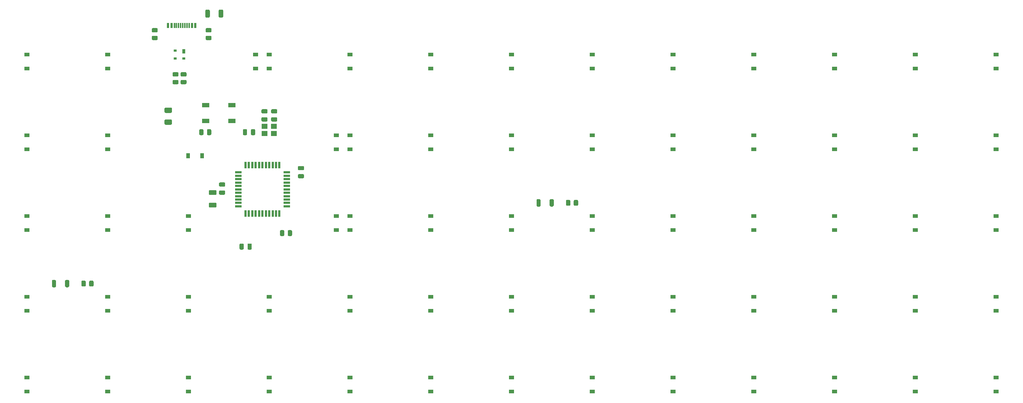
<source format=gbp>
G04 #@! TF.GenerationSoftware,KiCad,Pcbnew,5.1.9+dfsg1-1*
G04 #@! TF.CreationDate,2021-12-29T06:26:28+01:00*
G04 #@! TF.ProjectId,okey65-pcb,6f6b6579-3635-42d7-9063-622e6b696361,rev?*
G04 #@! TF.SameCoordinates,Original*
G04 #@! TF.FileFunction,Paste,Bot*
G04 #@! TF.FilePolarity,Positive*
%FSLAX46Y46*%
G04 Gerber Fmt 4.6, Leading zero omitted, Abs format (unit mm)*
G04 Created by KiCad (PCBNEW 5.1.9+dfsg1-1) date 2021-12-29 06:26:28*
%MOMM*%
%LPD*%
G01*
G04 APERTURE LIST*
%ADD10R,0.700000X1.000000*%
%ADD11R,0.700000X0.600000*%
%ADD12R,1.400000X1.200000*%
%ADD13R,0.550000X1.500000*%
%ADD14R,1.500000X0.550000*%
%ADD15R,1.800000X1.100000*%
%ADD16R,0.600000X1.160000*%
%ADD17R,0.300000X1.160000*%
%ADD18R,1.200000X0.900000*%
%ADD19R,0.900000X1.200000*%
G04 APERTURE END LIST*
G36*
G01*
X68546000Y-29271999D02*
X68546000Y-30672001D01*
G75*
G02*
X68296001Y-30922000I-249999J0D01*
G01*
X67745999Y-30922000D01*
G75*
G02*
X67496000Y-30672001I0J249999D01*
G01*
X67496000Y-29271999D01*
G75*
G02*
X67745999Y-29022000I249999J0D01*
G01*
X68296001Y-29022000D01*
G75*
G02*
X68546000Y-29271999I0J-249999D01*
G01*
G37*
G36*
G01*
X71696000Y-29271999D02*
X71696000Y-30672001D01*
G75*
G02*
X71446001Y-30922000I-249999J0D01*
G01*
X70895999Y-30922000D01*
G75*
G02*
X70646000Y-30672001I0J249999D01*
G01*
X70646000Y-29271999D01*
G75*
G02*
X70895999Y-29022000I249999J0D01*
G01*
X71446001Y-29022000D01*
G75*
G02*
X71696000Y-29271999I0J-249999D01*
G01*
G37*
G36*
G01*
X69865001Y-72760000D02*
X68564999Y-72760000D01*
G75*
G02*
X68315000Y-72510001I0J249999D01*
G01*
X68315000Y-71859999D01*
G75*
G02*
X68564999Y-71610000I249999J0D01*
G01*
X69865001Y-71610000D01*
G75*
G02*
X70115000Y-71859999I0J-249999D01*
G01*
X70115000Y-72510001D01*
G75*
G02*
X69865001Y-72760000I-249999J0D01*
G01*
G37*
G36*
G01*
X69865001Y-75710000D02*
X68564999Y-75710000D01*
G75*
G02*
X68315000Y-75460001I0J249999D01*
G01*
X68315000Y-74809999D01*
G75*
G02*
X68564999Y-74560000I249999J0D01*
G01*
X69865001Y-74560000D01*
G75*
G02*
X70115000Y-74809999I0J-249999D01*
G01*
X70115000Y-75460001D01*
G75*
G02*
X69865001Y-75710000I-249999J0D01*
G01*
G37*
G36*
G01*
X70962500Y-69797000D02*
X71912500Y-69797000D01*
G75*
G02*
X72162500Y-70047000I0J-250000D01*
G01*
X72162500Y-70547000D01*
G75*
G02*
X71912500Y-70797000I-250000J0D01*
G01*
X70962500Y-70797000D01*
G75*
G02*
X70712500Y-70547000I0J250000D01*
G01*
X70712500Y-70047000D01*
G75*
G02*
X70962500Y-69797000I250000J0D01*
G01*
G37*
G36*
G01*
X70962500Y-71697000D02*
X71912500Y-71697000D01*
G75*
G02*
X72162500Y-71947000I0J-250000D01*
G01*
X72162500Y-72447000D01*
G75*
G02*
X71912500Y-72697000I-250000J0D01*
G01*
X70962500Y-72697000D01*
G75*
G02*
X70712500Y-72447000I0J250000D01*
G01*
X70712500Y-71947000D01*
G75*
G02*
X70962500Y-71697000I250000J0D01*
G01*
G37*
D10*
X62404500Y-38874000D03*
D11*
X60404500Y-38674000D03*
X62404500Y-40574000D03*
X60404500Y-40574000D03*
G36*
G01*
X59362500Y-53387500D02*
X58112500Y-53387500D01*
G75*
G02*
X57862500Y-53137500I0J250000D01*
G01*
X57862500Y-52387500D01*
G75*
G02*
X58112500Y-52137500I250000J0D01*
G01*
X59362500Y-52137500D01*
G75*
G02*
X59612500Y-52387500I0J-250000D01*
G01*
X59612500Y-53137500D01*
G75*
G02*
X59362500Y-53387500I-250000J0D01*
G01*
G37*
G36*
G01*
X59362500Y-56187500D02*
X58112500Y-56187500D01*
G75*
G02*
X57862500Y-55937500I0J250000D01*
G01*
X57862500Y-55187500D01*
G75*
G02*
X58112500Y-54937500I250000J0D01*
G01*
X59362500Y-54937500D01*
G75*
G02*
X59612500Y-55187500I0J-250000D01*
G01*
X59612500Y-55937500D01*
G75*
G02*
X59362500Y-56187500I-250000J0D01*
G01*
G37*
D12*
X83681750Y-56554000D03*
X81481750Y-56554000D03*
X81481750Y-58254000D03*
X83681750Y-58254000D03*
D13*
X76962500Y-77137500D03*
X77762500Y-77137500D03*
X78562500Y-77137500D03*
X79362500Y-77137500D03*
X80162500Y-77137500D03*
X80962500Y-77137500D03*
X81762500Y-77137500D03*
X82562500Y-77137500D03*
X83362500Y-77137500D03*
X84162500Y-77137500D03*
X84962500Y-77137500D03*
D14*
X86662500Y-75437500D03*
X86662500Y-74637500D03*
X86662500Y-73837500D03*
X86662500Y-73037500D03*
X86662500Y-72237500D03*
X86662500Y-71437500D03*
X86662500Y-70637500D03*
X86662500Y-69837500D03*
X86662500Y-69037500D03*
X86662500Y-68237500D03*
X86662500Y-67437500D03*
D13*
X84962500Y-65737500D03*
X84162500Y-65737500D03*
X83362500Y-65737500D03*
X82562500Y-65737500D03*
X81762500Y-65737500D03*
X80962500Y-65737500D03*
X80162500Y-65737500D03*
X79362500Y-65737500D03*
X78562500Y-65737500D03*
X77762500Y-65737500D03*
X76962500Y-65737500D03*
D14*
X75262500Y-67437500D03*
X75262500Y-68237500D03*
X75262500Y-69037500D03*
X75262500Y-69837500D03*
X75262500Y-70637500D03*
X75262500Y-71437500D03*
X75262500Y-72237500D03*
X75262500Y-73037500D03*
X75262500Y-73837500D03*
X75262500Y-74637500D03*
X75262500Y-75437500D03*
D15*
X73743750Y-51593750D03*
X67543750Y-55293750D03*
X73743750Y-55293750D03*
X67543750Y-51593750D03*
G36*
G01*
X154387500Y-75062502D02*
X154387500Y-74162498D01*
G75*
G02*
X154637498Y-73912500I249998J0D01*
G01*
X155162502Y-73912500D01*
G75*
G02*
X155412500Y-74162498I0J-249998D01*
G01*
X155412500Y-75062502D01*
G75*
G02*
X155162502Y-75312500I-249998J0D01*
G01*
X154637498Y-75312500D01*
G75*
G02*
X154387500Y-75062502I0J249998D01*
G01*
G37*
G36*
G01*
X152562500Y-75062502D02*
X152562500Y-74162498D01*
G75*
G02*
X152812498Y-73912500I249998J0D01*
G01*
X153337502Y-73912500D01*
G75*
G02*
X153587500Y-74162498I0J-249998D01*
G01*
X153587500Y-75062502D01*
G75*
G02*
X153337502Y-75312500I-249998J0D01*
G01*
X152812498Y-75312500D01*
G75*
G02*
X152562500Y-75062502I0J249998D01*
G01*
G37*
G36*
G01*
X67812498Y-35206250D02*
X68712502Y-35206250D01*
G75*
G02*
X68962500Y-35456248I0J-249998D01*
G01*
X68962500Y-35981252D01*
G75*
G02*
X68712502Y-36231250I-249998J0D01*
G01*
X67812498Y-36231250D01*
G75*
G02*
X67562500Y-35981252I0J249998D01*
G01*
X67562500Y-35456248D01*
G75*
G02*
X67812498Y-35206250I249998J0D01*
G01*
G37*
G36*
G01*
X67812498Y-33381250D02*
X68712502Y-33381250D01*
G75*
G02*
X68962500Y-33631248I0J-249998D01*
G01*
X68962500Y-34156252D01*
G75*
G02*
X68712502Y-34406250I-249998J0D01*
G01*
X67812498Y-34406250D01*
G75*
G02*
X67562500Y-34156252I0J249998D01*
G01*
X67562500Y-33631248D01*
G75*
G02*
X67812498Y-33381250I249998J0D01*
G01*
G37*
G36*
G01*
X55112498Y-35206250D02*
X56012502Y-35206250D01*
G75*
G02*
X56262500Y-35456248I0J-249998D01*
G01*
X56262500Y-35981252D01*
G75*
G02*
X56012502Y-36231250I-249998J0D01*
G01*
X55112498Y-36231250D01*
G75*
G02*
X54862500Y-35981252I0J249998D01*
G01*
X54862500Y-35456248D01*
G75*
G02*
X55112498Y-35206250I249998J0D01*
G01*
G37*
G36*
G01*
X55112498Y-33381250D02*
X56012502Y-33381250D01*
G75*
G02*
X56262500Y-33631248I0J-249998D01*
G01*
X56262500Y-34156252D01*
G75*
G02*
X56012502Y-34406250I-249998J0D01*
G01*
X55112498Y-34406250D01*
G75*
G02*
X54862500Y-34156252I0J249998D01*
G01*
X54862500Y-33631248D01*
G75*
G02*
X55112498Y-33381250I249998J0D01*
G01*
G37*
G36*
G01*
X40087500Y-94112502D02*
X40087500Y-93212498D01*
G75*
G02*
X40337498Y-92962500I249998J0D01*
G01*
X40862502Y-92962500D01*
G75*
G02*
X41112500Y-93212498I0J-249998D01*
G01*
X41112500Y-94112502D01*
G75*
G02*
X40862502Y-94362500I-249998J0D01*
G01*
X40337498Y-94362500D01*
G75*
G02*
X40087500Y-94112502I0J249998D01*
G01*
G37*
G36*
G01*
X38262500Y-94112502D02*
X38262500Y-93212498D01*
G75*
G02*
X38512498Y-92962500I249998J0D01*
G01*
X39037502Y-92962500D01*
G75*
G02*
X39287500Y-93212498I0J-249998D01*
G01*
X39287500Y-94112502D01*
G75*
G02*
X39037502Y-94362500I-249998J0D01*
G01*
X38512498Y-94362500D01*
G75*
G02*
X38262500Y-94112502I0J249998D01*
G01*
G37*
G36*
G01*
X86918750Y-82206252D02*
X86918750Y-81306248D01*
G75*
G02*
X87168748Y-81056250I249998J0D01*
G01*
X87693752Y-81056250D01*
G75*
G02*
X87943750Y-81306248I0J-249998D01*
G01*
X87943750Y-82206252D01*
G75*
G02*
X87693752Y-82456250I-249998J0D01*
G01*
X87168748Y-82456250D01*
G75*
G02*
X86918750Y-82206252I0J249998D01*
G01*
G37*
G36*
G01*
X85093750Y-82206252D02*
X85093750Y-81306248D01*
G75*
G02*
X85343748Y-81056250I249998J0D01*
G01*
X85868752Y-81056250D01*
G75*
G02*
X86118750Y-81306248I0J-249998D01*
G01*
X86118750Y-82206252D01*
G75*
G02*
X85868752Y-82456250I-249998J0D01*
G01*
X85343748Y-82456250D01*
G75*
G02*
X85093750Y-82206252I0J249998D01*
G01*
G37*
G36*
G01*
X60902002Y-44812000D02*
X60001998Y-44812000D01*
G75*
G02*
X59752000Y-44562002I0J249998D01*
G01*
X59752000Y-44036998D01*
G75*
G02*
X60001998Y-43787000I249998J0D01*
G01*
X60902002Y-43787000D01*
G75*
G02*
X61152000Y-44036998I0J-249998D01*
G01*
X61152000Y-44562002D01*
G75*
G02*
X60902002Y-44812000I-249998J0D01*
G01*
G37*
G36*
G01*
X60902002Y-46637000D02*
X60001998Y-46637000D01*
G75*
G02*
X59752000Y-46387002I0J249998D01*
G01*
X59752000Y-45861998D01*
G75*
G02*
X60001998Y-45612000I249998J0D01*
G01*
X60902002Y-45612000D01*
G75*
G02*
X61152000Y-45861998I0J-249998D01*
G01*
X61152000Y-46387002D01*
G75*
G02*
X60902002Y-46637000I-249998J0D01*
G01*
G37*
G36*
G01*
X62807002Y-44812000D02*
X61906998Y-44812000D01*
G75*
G02*
X61657000Y-44562002I0J249998D01*
G01*
X61657000Y-44036998D01*
G75*
G02*
X61906998Y-43787000I249998J0D01*
G01*
X62807002Y-43787000D01*
G75*
G02*
X63057000Y-44036998I0J-249998D01*
G01*
X63057000Y-44562002D01*
G75*
G02*
X62807002Y-44812000I-249998J0D01*
G01*
G37*
G36*
G01*
X62807002Y-46637000D02*
X61906998Y-46637000D01*
G75*
G02*
X61657000Y-46387002I0J249998D01*
G01*
X61657000Y-45861998D01*
G75*
G02*
X61906998Y-45612000I249998J0D01*
G01*
X62807002Y-45612000D01*
G75*
G02*
X63057000Y-45861998I0J-249998D01*
G01*
X63057000Y-46387002D01*
G75*
G02*
X62807002Y-46637000I-249998J0D01*
G01*
G37*
G36*
G01*
X67068750Y-57493748D02*
X67068750Y-58393752D01*
G75*
G02*
X66818752Y-58643750I-249998J0D01*
G01*
X66293748Y-58643750D01*
G75*
G02*
X66043750Y-58393752I0J249998D01*
G01*
X66043750Y-57493748D01*
G75*
G02*
X66293748Y-57243750I249998J0D01*
G01*
X66818752Y-57243750D01*
G75*
G02*
X67068750Y-57493748I0J-249998D01*
G01*
G37*
G36*
G01*
X68893750Y-57493748D02*
X68893750Y-58393752D01*
G75*
G02*
X68643752Y-58643750I-249998J0D01*
G01*
X68118748Y-58643750D01*
G75*
G02*
X67868750Y-58393752I0J249998D01*
G01*
X67868750Y-57493748D01*
G75*
G02*
X68118748Y-57243750I249998J0D01*
G01*
X68643752Y-57243750D01*
G75*
G02*
X68893750Y-57493748I0J-249998D01*
G01*
G37*
D16*
X65112500Y-32736000D03*
X64312500Y-32736000D03*
X65112500Y-32736000D03*
X64312500Y-32736000D03*
X58712500Y-32736000D03*
X58712500Y-32736000D03*
X59512500Y-32736000D03*
X59512500Y-32736000D03*
D17*
X63662500Y-32736000D03*
X62662500Y-32736000D03*
X63162500Y-32736000D03*
X60662500Y-32736000D03*
X60162500Y-32736000D03*
X62162500Y-32736000D03*
X61662500Y-32736000D03*
X61162500Y-32736000D03*
G36*
G01*
X148712500Y-75297500D02*
X148712500Y-73927500D01*
G75*
G02*
X148902500Y-73737500I190000J0D01*
G01*
X149472500Y-73737500D01*
G75*
G02*
X149662500Y-73927500I0J-190000D01*
G01*
X149662500Y-75297500D01*
G75*
G02*
X149472500Y-75487500I-190000J0D01*
G01*
X148902500Y-75487500D01*
G75*
G02*
X148712500Y-75297500I0J190000D01*
G01*
G37*
G36*
G01*
X145612500Y-75297500D02*
X145612500Y-73927500D01*
G75*
G02*
X145802500Y-73737500I190000J0D01*
G01*
X146372500Y-73737500D01*
G75*
G02*
X146562500Y-73927500I0J-190000D01*
G01*
X146562500Y-75297500D01*
G75*
G02*
X146372500Y-75487500I-190000J0D01*
G01*
X145802500Y-75487500D01*
G75*
G02*
X145612500Y-75297500I0J190000D01*
G01*
G37*
G36*
G01*
X34412500Y-94347500D02*
X34412500Y-92977500D01*
G75*
G02*
X34602500Y-92787500I190000J0D01*
G01*
X35172500Y-92787500D01*
G75*
G02*
X35362500Y-92977500I0J-190000D01*
G01*
X35362500Y-94347500D01*
G75*
G02*
X35172500Y-94537500I-190000J0D01*
G01*
X34602500Y-94537500D01*
G75*
G02*
X34412500Y-94347500I0J190000D01*
G01*
G37*
G36*
G01*
X31312500Y-94347500D02*
X31312500Y-92977500D01*
G75*
G02*
X31502500Y-92787500I190000J0D01*
G01*
X32072500Y-92787500D01*
G75*
G02*
X32262500Y-92977500I0J-190000D01*
G01*
X32262500Y-94347500D01*
G75*
G02*
X32072500Y-94537500I-190000J0D01*
G01*
X31502500Y-94537500D01*
G75*
G02*
X31312500Y-94347500I0J190000D01*
G01*
G37*
D18*
X254000000Y-119125000D03*
X254000000Y-115825000D03*
X234950000Y-119125000D03*
X234950000Y-115825000D03*
X215900000Y-119125000D03*
X215900000Y-115825000D03*
X196850000Y-119125000D03*
X196850000Y-115825000D03*
X177800000Y-119125000D03*
X177800000Y-115825000D03*
X158750000Y-119125000D03*
X158750000Y-115825000D03*
X139700000Y-119125000D03*
X139700000Y-115825000D03*
X120650000Y-119125000D03*
X120650000Y-115825000D03*
X101600000Y-119125000D03*
X101600000Y-115825000D03*
X82550000Y-119125000D03*
X82550000Y-115825000D03*
X63500000Y-119125000D03*
X63500000Y-115825000D03*
X44450000Y-119125000D03*
X44450000Y-115825000D03*
X25400000Y-119125000D03*
X25400000Y-115825000D03*
X254000000Y-100075000D03*
X254000000Y-96775000D03*
X234950000Y-100075000D03*
X234950000Y-96775000D03*
X215900000Y-100075000D03*
X215900000Y-96775000D03*
X196850000Y-100075000D03*
X196850000Y-96775000D03*
X177800000Y-100075000D03*
X177800000Y-96775000D03*
X158750000Y-100075000D03*
X158750000Y-96775000D03*
X139700000Y-100075000D03*
X139700000Y-96775000D03*
X120650000Y-100075000D03*
X120650000Y-96775000D03*
X101600000Y-100075000D03*
X101600000Y-96775000D03*
X82550000Y-100075000D03*
X82550000Y-96775000D03*
X63500000Y-100075000D03*
X63500000Y-96775000D03*
X44450000Y-100075000D03*
X44450000Y-96775000D03*
X25400000Y-100075000D03*
X25400000Y-96775000D03*
X254000000Y-81025000D03*
X254000000Y-77725000D03*
X234950000Y-81025000D03*
X234950000Y-77725000D03*
X215900000Y-81025000D03*
X215900000Y-77725000D03*
X196850000Y-81025000D03*
X196850000Y-77725000D03*
X177800000Y-81025000D03*
X177800000Y-77725000D03*
X158750000Y-81025000D03*
X158750000Y-77725000D03*
X139700000Y-81025000D03*
X139700000Y-77725000D03*
X120650000Y-81025000D03*
X120650000Y-77725000D03*
X101600000Y-81025000D03*
X101600000Y-77725000D03*
X98425000Y-81025000D03*
X98425000Y-77725000D03*
X63500000Y-81025000D03*
X63500000Y-77725000D03*
X44450000Y-81025000D03*
X44450000Y-77725000D03*
X25400000Y-81025000D03*
X25400000Y-77725000D03*
X254000000Y-61975000D03*
X254000000Y-58675000D03*
X234950000Y-61975000D03*
X234950000Y-58675000D03*
X215900000Y-61975000D03*
X215900000Y-58675000D03*
X196850000Y-61975000D03*
X196850000Y-58675000D03*
X177800000Y-61975000D03*
X177800000Y-58675000D03*
X158750000Y-61975000D03*
X158750000Y-58675000D03*
X139700000Y-61975000D03*
X139700000Y-58675000D03*
X120650000Y-61975000D03*
X120650000Y-58675000D03*
X101600000Y-61975000D03*
X101600000Y-58675000D03*
X98425000Y-61975000D03*
X98425000Y-58675000D03*
D19*
X66737500Y-63500000D03*
X63437500Y-63500000D03*
D18*
X44450000Y-61975000D03*
X44450000Y-58675000D03*
X25400000Y-61975000D03*
X25400000Y-58675000D03*
X254000000Y-42925000D03*
X254000000Y-39625000D03*
X234950000Y-42925000D03*
X234950000Y-39625000D03*
X215900000Y-42925000D03*
X215900000Y-39625000D03*
X196850000Y-42925000D03*
X196850000Y-39625000D03*
X177800000Y-42925000D03*
X177800000Y-39625000D03*
X158750000Y-42925000D03*
X158750000Y-39625000D03*
X139700000Y-42925000D03*
X139700000Y-39625000D03*
X120650000Y-42925000D03*
X120650000Y-39625000D03*
X101600000Y-42925000D03*
X101600000Y-39625000D03*
X82550000Y-42925000D03*
X82550000Y-39625000D03*
X79375000Y-42925000D03*
X79375000Y-39625000D03*
X44450000Y-42925000D03*
X44450000Y-39625000D03*
X25400000Y-42925000D03*
X25400000Y-39625000D03*
G36*
G01*
X75543750Y-85406250D02*
X75543750Y-84456250D01*
G75*
G02*
X75793750Y-84206250I250000J0D01*
G01*
X76293750Y-84206250D01*
G75*
G02*
X76543750Y-84456250I0J-250000D01*
G01*
X76543750Y-85406250D01*
G75*
G02*
X76293750Y-85656250I-250000J0D01*
G01*
X75793750Y-85656250D01*
G75*
G02*
X75543750Y-85406250I0J250000D01*
G01*
G37*
G36*
G01*
X77443750Y-85406250D02*
X77443750Y-84456250D01*
G75*
G02*
X77693750Y-84206250I250000J0D01*
G01*
X78193750Y-84206250D01*
G75*
G02*
X78443750Y-84456250I0J-250000D01*
G01*
X78443750Y-85406250D01*
G75*
G02*
X78193750Y-85656250I-250000J0D01*
G01*
X77693750Y-85656250D01*
G75*
G02*
X77443750Y-85406250I0J250000D01*
G01*
G37*
G36*
G01*
X90518000Y-68826000D02*
X89568000Y-68826000D01*
G75*
G02*
X89318000Y-68576000I0J250000D01*
G01*
X89318000Y-68076000D01*
G75*
G02*
X89568000Y-67826000I250000J0D01*
G01*
X90518000Y-67826000D01*
G75*
G02*
X90768000Y-68076000I0J-250000D01*
G01*
X90768000Y-68576000D01*
G75*
G02*
X90518000Y-68826000I-250000J0D01*
G01*
G37*
G36*
G01*
X90518000Y-66926000D02*
X89568000Y-66926000D01*
G75*
G02*
X89318000Y-66676000I0J250000D01*
G01*
X89318000Y-66176000D01*
G75*
G02*
X89568000Y-65926000I250000J0D01*
G01*
X90518000Y-65926000D01*
G75*
G02*
X90768000Y-66176000I0J-250000D01*
G01*
X90768000Y-66676000D01*
G75*
G02*
X90518000Y-66926000I-250000J0D01*
G01*
G37*
G36*
G01*
X76337500Y-58418750D02*
X76337500Y-57468750D01*
G75*
G02*
X76587500Y-57218750I250000J0D01*
G01*
X77087500Y-57218750D01*
G75*
G02*
X77337500Y-57468750I0J-250000D01*
G01*
X77337500Y-58418750D01*
G75*
G02*
X77087500Y-58668750I-250000J0D01*
G01*
X76587500Y-58668750D01*
G75*
G02*
X76337500Y-58418750I0J250000D01*
G01*
G37*
G36*
G01*
X78237500Y-58418750D02*
X78237500Y-57468750D01*
G75*
G02*
X78487500Y-57218750I250000J0D01*
G01*
X78987500Y-57218750D01*
G75*
G02*
X79237500Y-57468750I0J-250000D01*
G01*
X79237500Y-58418750D01*
G75*
G02*
X78987500Y-58668750I-250000J0D01*
G01*
X78487500Y-58668750D01*
G75*
G02*
X78237500Y-58418750I0J250000D01*
G01*
G37*
G36*
G01*
X81913750Y-53525000D02*
X80963750Y-53525000D01*
G75*
G02*
X80713750Y-53275000I0J250000D01*
G01*
X80713750Y-52775000D01*
G75*
G02*
X80963750Y-52525000I250000J0D01*
G01*
X81913750Y-52525000D01*
G75*
G02*
X82163750Y-52775000I0J-250000D01*
G01*
X82163750Y-53275000D01*
G75*
G02*
X81913750Y-53525000I-250000J0D01*
G01*
G37*
G36*
G01*
X81913750Y-55425000D02*
X80963750Y-55425000D01*
G75*
G02*
X80713750Y-55175000I0J250000D01*
G01*
X80713750Y-54675000D01*
G75*
G02*
X80963750Y-54425000I250000J0D01*
G01*
X81913750Y-54425000D01*
G75*
G02*
X82163750Y-54675000I0J-250000D01*
G01*
X82163750Y-55175000D01*
G75*
G02*
X81913750Y-55425000I-250000J0D01*
G01*
G37*
G36*
G01*
X84199750Y-53525000D02*
X83249750Y-53525000D01*
G75*
G02*
X82999750Y-53275000I0J250000D01*
G01*
X82999750Y-52775000D01*
G75*
G02*
X83249750Y-52525000I250000J0D01*
G01*
X84199750Y-52525000D01*
G75*
G02*
X84449750Y-52775000I0J-250000D01*
G01*
X84449750Y-53275000D01*
G75*
G02*
X84199750Y-53525000I-250000J0D01*
G01*
G37*
G36*
G01*
X84199750Y-55425000D02*
X83249750Y-55425000D01*
G75*
G02*
X82999750Y-55175000I0J250000D01*
G01*
X82999750Y-54675000D01*
G75*
G02*
X83249750Y-54425000I250000J0D01*
G01*
X84199750Y-54425000D01*
G75*
G02*
X84449750Y-54675000I0J-250000D01*
G01*
X84449750Y-55175000D01*
G75*
G02*
X84199750Y-55425000I-250000J0D01*
G01*
G37*
M02*

</source>
